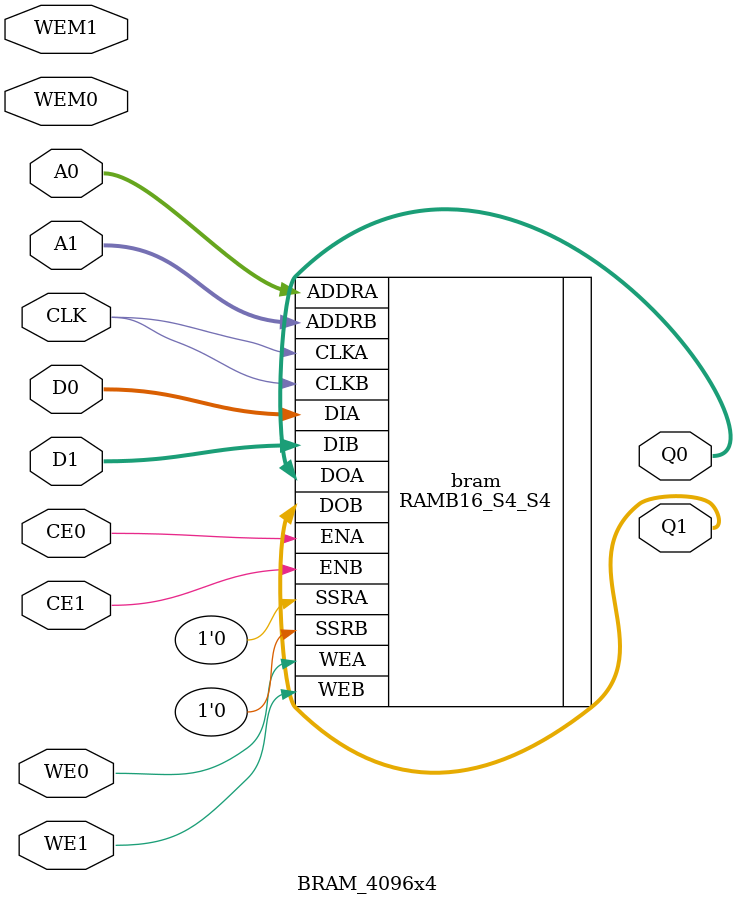
<source format=v>
module BRAM_4096x4( CLK, A0, D0, Q0, WE0, WEM0, CE0, A1, D1, Q1, WE1, WEM1, CE1 );
	input CLK;
	input [11:0] A0;
	input [3:0] D0;
	output [3:0] Q0;
	input WE0;
	input [3:0] WEM0;
	input CE0;
	input [11:0] A1;
	input [3:0] D1;
	output [3:0] Q1;
	input WE1;
	input [3:0] WEM1;
	input CE1;

	RAMB16_S4_S4 bram (
		.DOA(Q0),
		.DOB(Q1),
		.ADDRA(A0),
		.ADDRB(A1),
		.CLKA(CLK),
		.CLKB(CLK),
		.DIA(D0),
		.DIB(D1),
		.ENA(CE0),
		.ENB(CE1),
		.SSRA(1'b0),
		.SSRB(1'b0),
		.WEA(WE0),
		.WEB(WE1));
endmodule

</source>
